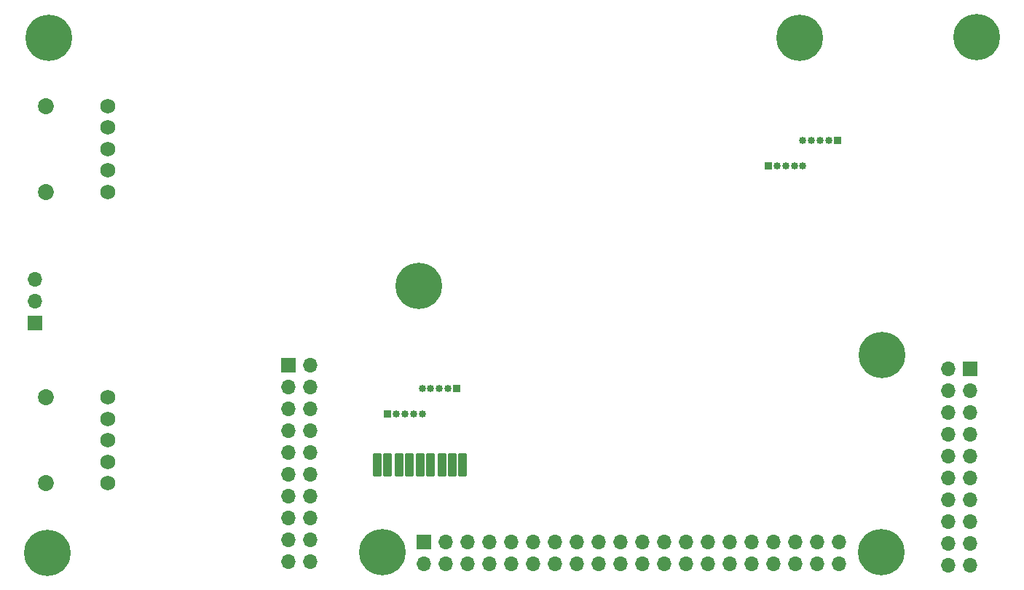
<source format=gbs>
%TF.GenerationSoftware,KiCad,Pcbnew,8.0.8*%
%TF.CreationDate,2025-02-15T01:08:23-07:00*%
%TF.ProjectId,ECE Capstone PCB Design,45434520-4361-4707-9374-6f6e65205043,rev?*%
%TF.SameCoordinates,Original*%
%TF.FileFunction,Soldermask,Bot*%
%TF.FilePolarity,Negative*%
%FSLAX46Y46*%
G04 Gerber Fmt 4.6, Leading zero omitted, Abs format (unit mm)*
G04 Created by KiCad (PCBNEW 8.0.8) date 2025-02-15 01:08:23*
%MOMM*%
%LPD*%
G01*
G04 APERTURE LIST*
G04 Aperture macros list*
%AMRoundRect*
0 Rectangle with rounded corners*
0 $1 Rounding radius*
0 $2 $3 $4 $5 $6 $7 $8 $9 X,Y pos of 4 corners*
0 Add a 4 corners polygon primitive as box body*
4,1,4,$2,$3,$4,$5,$6,$7,$8,$9,$2,$3,0*
0 Add four circle primitives for the rounded corners*
1,1,$1+$1,$2,$3*
1,1,$1+$1,$4,$5*
1,1,$1+$1,$6,$7*
1,1,$1+$1,$8,$9*
0 Add four rect primitives between the rounded corners*
20,1,$1+$1,$2,$3,$4,$5,0*
20,1,$1+$1,$4,$5,$6,$7,0*
20,1,$1+$1,$6,$7,$8,$9,0*
20,1,$1+$1,$8,$9,$2,$3,0*%
G04 Aperture macros list end*
%ADD10C,5.400000*%
%ADD11C,1.854200*%
%ADD12C,1.752600*%
%ADD13R,1.700000X1.700000*%
%ADD14O,1.700000X1.700000*%
%ADD15R,0.850000X0.850000*%
%ADD16O,0.850000X0.850000*%
%ADD17RoundRect,0.102000X-0.375000X-1.250000X0.375000X-1.250000X0.375000X1.250000X-0.375000X1.250000X0*%
G04 APERTURE END LIST*
D10*
%TO.C,*%
X164950000Y-110450000D03*
%TD*%
%TO.C,*%
X222975000Y-87450000D03*
%TD*%
%TO.C,*%
X222950000Y-110450000D03*
%TD*%
D11*
%TO.C,J2*%
X125819999Y-92400000D03*
X125819999Y-102400000D03*
D12*
X133000000Y-102400000D03*
X133000000Y-99900000D03*
X133000000Y-97400000D03*
X133000000Y-94900000D03*
X133000000Y-92400000D03*
%TD*%
D13*
%TO.C,REF\u002A\u002A*%
X154000000Y-88640000D03*
D14*
X156540000Y-88640000D03*
X154000000Y-91180000D03*
X156540000Y-91180000D03*
X154000000Y-93720000D03*
X156540000Y-93720000D03*
X154000000Y-96260000D03*
X156540000Y-96260000D03*
X154000000Y-98800000D03*
X156540000Y-98800000D03*
X154000000Y-101340000D03*
X156540000Y-101340000D03*
X154000000Y-103880000D03*
X156540000Y-103880000D03*
X154000000Y-106420000D03*
X156540000Y-106420000D03*
X154000000Y-108960000D03*
X156540000Y-108960000D03*
X154000000Y-111500000D03*
X156540000Y-111500000D03*
%TD*%
D13*
%TO.C,REF\u002A\u002A*%
X124500000Y-83775000D03*
D14*
X124500000Y-81235000D03*
X124500000Y-78695000D03*
%TD*%
D10*
%TO.C,REF\u002A\u002A*%
X126100000Y-50600000D03*
%TD*%
D11*
%TO.C,J1*%
X125819999Y-58500000D03*
X125819999Y-68500000D03*
D12*
X133000000Y-68500000D03*
X133000000Y-66000000D03*
X133000000Y-63500000D03*
X133000000Y-61000000D03*
X133000000Y-58500000D03*
%TD*%
D14*
%TO.C,REF\u002A\u002A*%
X218035026Y-111765000D03*
X218035026Y-109225000D03*
X215495026Y-111765000D03*
X215495026Y-109225000D03*
X212955026Y-111765000D03*
X212955026Y-109225000D03*
X210415026Y-111765000D03*
X210415026Y-109225000D03*
X207875026Y-111765000D03*
X207875026Y-109225000D03*
X205335026Y-111765000D03*
X205335026Y-109225000D03*
X202795026Y-111765000D03*
X202795026Y-109225000D03*
X200255026Y-111765000D03*
X200255026Y-109225000D03*
X197715026Y-111765000D03*
X197715026Y-109225000D03*
X195175026Y-111765000D03*
X195175026Y-109225000D03*
X192635026Y-111765000D03*
X192635026Y-109225000D03*
X190095026Y-111765000D03*
X190095026Y-109225000D03*
X187555026Y-111765000D03*
X187555026Y-109225000D03*
X185015026Y-111765000D03*
X185015026Y-109225000D03*
X182475026Y-111765000D03*
X182475026Y-109225000D03*
X179935026Y-111765000D03*
X179935026Y-109225000D03*
X177395026Y-111765000D03*
X177395026Y-109225000D03*
X174855026Y-111765000D03*
X174855026Y-109225000D03*
X172315026Y-111765000D03*
X172315026Y-109225000D03*
X169775026Y-111765000D03*
D13*
X169775026Y-109225000D03*
%TD*%
D10*
%TO.C,REF\u002A\u002A*%
X234000000Y-50500000D03*
%TD*%
%TO.C,*%
X213400000Y-50600000D03*
%TD*%
D14*
%TO.C,REF\u002A\u002A*%
X230660126Y-111950000D03*
X233200126Y-111950000D03*
X230660126Y-109410000D03*
X233200126Y-109410000D03*
X230660126Y-106870000D03*
X233200126Y-106870000D03*
X230660126Y-104330000D03*
X233200126Y-104330000D03*
X230660126Y-101790000D03*
X233200126Y-101790000D03*
X230660126Y-99250000D03*
X233200126Y-99250000D03*
X230660126Y-96710000D03*
X233200126Y-96710000D03*
X230660126Y-94170000D03*
X233200126Y-94170000D03*
X230660126Y-91630000D03*
X233200126Y-91630000D03*
X230660126Y-89090000D03*
D13*
X233200126Y-89090000D03*
%TD*%
D10*
%TO.C,REF\u002A\u002A*%
X126000000Y-110500000D03*
%TD*%
D15*
%TO.C,REF\u002A\u002A*%
X217800000Y-62500000D03*
D16*
X216800000Y-62500000D03*
X215800000Y-62500000D03*
X214800000Y-62500000D03*
X213800000Y-62500000D03*
%TD*%
%TO.C,REF\u002A\u002A*%
X213800000Y-65500000D03*
X212800000Y-65500000D03*
X211800000Y-65500000D03*
X210800000Y-65500000D03*
D15*
X209800000Y-65500000D03*
%TD*%
D17*
%TO.C,REF\u002A\u002A*%
X174220000Y-100270000D03*
X173020000Y-100270000D03*
X171820000Y-100270000D03*
X170520000Y-100270000D03*
X169320000Y-100270000D03*
X168020000Y-100270000D03*
X166820000Y-100270000D03*
X165520000Y-100270000D03*
X164320000Y-100270000D03*
%TD*%
D10*
%TO.C,*%
X169140000Y-79480000D03*
%TD*%
D16*
%TO.C,REF\u002A\u002A*%
X169540000Y-94380000D03*
X168540000Y-94380000D03*
X167540000Y-94380000D03*
X166540000Y-94380000D03*
D15*
X165540000Y-94380000D03*
%TD*%
D16*
%TO.C,REF\u002A\u002A*%
X169540000Y-91380000D03*
X170540000Y-91380000D03*
X171540000Y-91380000D03*
X172540000Y-91380000D03*
D15*
X173540000Y-91380000D03*
%TD*%
M02*

</source>
